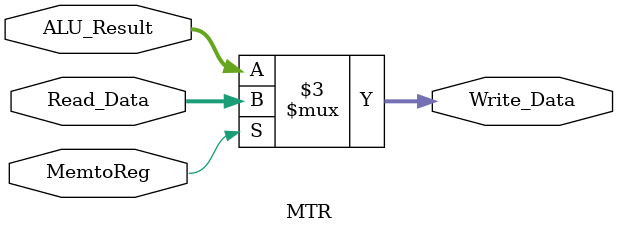
<source format=v>
`timescale 1ns / 1ps
module MTR(Read_Data, ALU_Result, MemtoReg, Write_Data
    );
input [31:0] Read_Data, ALU_Result;
input MemtoReg;
output [31:0]Write_Data;
reg [31:0] Write_Data;
always@(Read_Data or ALU_Result or MemtoReg)
begin
if(MemtoReg) Write_Data <= Read_Data;
else Write_Data <= ALU_Result;
end
endmodule

</source>
